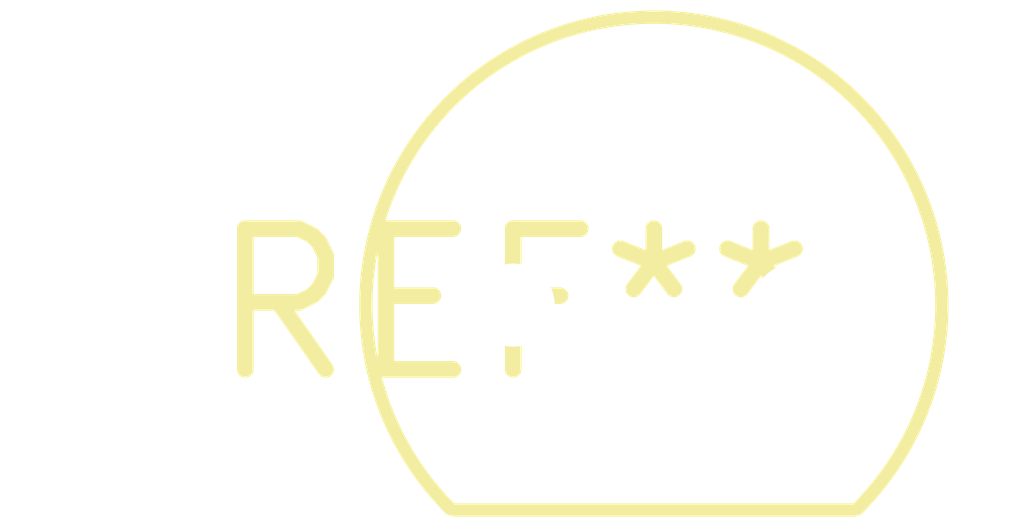
<source format=kicad_pcb>
(kicad_pcb (version 20240108) (generator pcbnew)
  (layers (0 "F.Cu" signal) (31 "B.Cu" signal) (34 "B.Paste" user) (35 "F.Paste" user) (36 "B.SilkS" user "B.Silkscreen") (37 "F.SilkS" user "F.Silkscreen") (38 "B.Mask" user) (39 "F.Mask" user) (44 "Edge.Cuts" user))
  (net 0 "")
  (footprint "TO-92-2" (layer "F.Cu") (at 0 0)
    (property "Reference" "REF**")
    (property "Value" "TO-92-2")
    (fp_line (start -0.53 1.85) (end 3.07 1.85) (layer "F.SilkS") (stroke (width 0.12)))
    (fp_arc (start -0.568478 1.838478) (mid -1.132087 -0.994977) (end 1.27 -2.6) (layer "F.SilkS") (stroke (width 0.12)))
    (fp_arc (start 1.27 -2.6) (mid 3.672087 -0.994977) (end 3.108478 1.838478) (layer "F.SilkS") (stroke (width 0.12)))
    (pad "1" thru_hole rect (at 0 0) (size 1.05 1.5) (drill 0.75) (layers *.Cu *.Mask) (remove_unused_layers))
    (pad "2" thru_hole oval (at 2.54 0) (size 1.05 1.5) (drill 0.75) (layers *.Cu *.Mask) (remove_unused_layers))
  )
)
</source>
